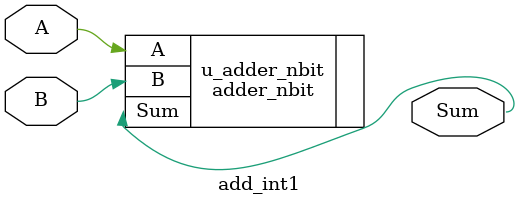
<source format=v>

module add_int1 #(
    parameter WIDTH = 1
)(
    input [WIDTH-1:0] A,
    input [WIDTH-1:0] B,
    output [WIDTH-1:0] Sum
);
    adder_nbit #(
        .WIDTH(WIDTH)
    ) u_adder_nbit (
        .A(A),
        .B(B),
        .Sum(Sum)
    );
endmodule

</source>
